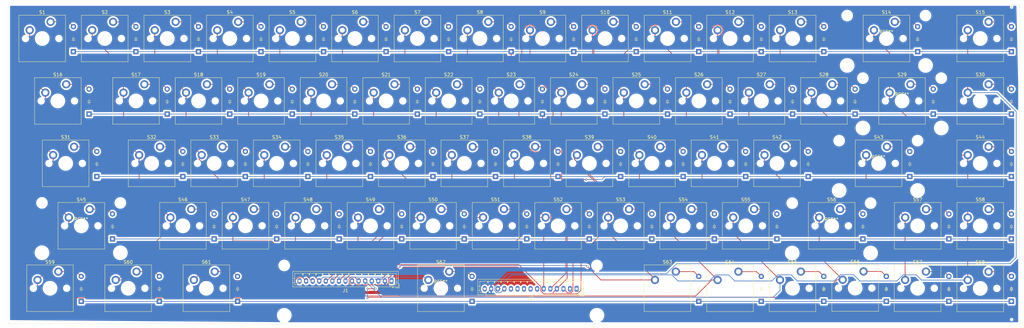
<source format=kicad_pcb>
(kicad_pcb (version 20240108) (generator "pcbnew") (generator_version "8.0")
  (layers (0 "F.Cu" signal) (31 "B.Cu" signal) (34 "B.Paste" user) (35 "F.Paste" user) (36 "B.SilkS" user "B.Silkscreen") (37 "F.SilkS" user "F.Silkscreen") (38 "B.Mask" user) (39 "F.Mask" user) (44 "Edge.Cuts" user))
  (net 0 "")
  (net 1 "Row 0")
  (net 2 "Net-(D1-A)")
  (net 3 "Net-(D2-A)")
  (net 4 "Net-(D3-A)")
  (net 5 "Net-(D4-A)")
  (net 6 "Net-(D5-A)")
  (net 7 "Net-(D6-A)")
  (net 8 "Net-(D7-A)")
  (net 9 "Net-(D8-A)")
  (net 10 "Net-(D9-A)")
  (net 11 "Net-(D10-A)")
  (net 12 "Net-(D11-A)")
  (net 13 "Net-(D12-A)")
  (net 14 "Net-(D13-A)")
  (net 15 "Net-(D14-A)")
  (net 16 "Net-(D15-A)")
  (net 17 "Net-(D16-A)")
  (net 18 "Row 1")
  (net 19 "Net-(D17-A)")
  (net 20 "Net-(D18-A)")
  (net 21 "Net-(D19-A)")
  (net 22 "Net-(D20-A)")
  (net 23 "Net-(D21-A)")
  (net 24 "Net-(D22-A)")
  (net 25 "Net-(D23-A)")
  (net 26 "Net-(D24-A)")
  (net 27 "Net-(D25-A)")
  (net 28 "Net-(D26-A)")
  (net 29 "Net-(D27-A)")
  (net 30 "Net-(D28-A)")
  (net 31 "Net-(D29-A)")
  (net 32 "Net-(D30-A)")
  (net 33 "Net-(D31-A)")
  (net 34 "Row 2")
  (net 35 "Net-(D32-A)")
  (net 36 "Net-(D33-A)")
  (net 37 "Net-(D34-A)")
  (net 38 "Net-(D35-A)")
  (net 39 "Net-(D36-A)")
  (net 40 "Net-(D37-A)")
  (net 41 "Net-(D38-A)")
  (net 42 "Net-(D39-A)")
  (net 43 "Net-(D40-A)")
  (net 44 "Net-(D41-A)")
  (net 45 "Net-(D42-A)")
  (net 46 "Net-(D43-A)")
  (net 47 "Net-(D44-A)")
  (net 48 "Row 3")
  (net 49 "Net-(D45-A)")
  (net 50 "Net-(D46-A)")
  (net 51 "Net-(D47-A)")
  (net 52 "Net-(D48-A)")
  (net 53 "Net-(D49-A)")
  (net 54 "Net-(D50-A)")
  (net 55 "Net-(D51-A)")
  (net 56 "Net-(D52-A)")
  (net 57 "Net-(D53-A)")
  (net 58 "Net-(D54-A)")
  (net 59 "Net-(D55-A)")
  (net 60 "Net-(D56-A)")
  (net 61 "Net-(D57-A)")
  (net 62 "Net-(D58-A)")
  (net 63 "Row 4")
  (net 64 "Net-(D59-A)")
  (net 65 "Net-(D60-A)")
  (net 66 "Net-(D61-A)")
  (net 67 "Net-(D62-A)")
  (net 68 "Net-(D63-A)")
  (net 69 "Net-(D64-A)")
  (net 70 "Net-(D65-A)")
  (net 71 "Net-(D66-A)")
  (net 72 "Net-(D67-A)")
  (net 73 "Net-(D68-A)")
  (net 74 "Col 0")
  (net 75 "Col 1")
  (net 76 "Col 2")
  (net 77 "Col 3")
  (net 78 "Col 4")
  (net 79 "Col 5")
  (net 80 "Col 6")
  (net 81 "Col 7")
  (net 82 "Col 8")
  (net 83 "Col 9")
  (net 84 "Col 10")
  (net 85 "Col 11")
  (net 86 "Col 12")
  (net 87 "Col 13")
  (net 88 "Col 14")
  (net 89 "GND")
  (net 90 "Net-(D59-K)")
  (footprint "ScottoKeebs_Components:Diode_DO-35" (layer "F.Cu") (at 85.7 42.1 90)
    (property "Reference" "D3" (hide yes))
    (property "Value" "Diode" (hide yes))
  )
  (footprint "ScottoKeebs_MX:MX_PCB_1.00u" (layer "F.Cu") (at 285.754138 114.242944)
    (property "Reference" "S66")
    (property "Value" "Keyswitch")
  )
  (footprint "ScottoKeebs_MX:MX_PCB_1.00u" (layer "F.Cu") (at 57.15 38.1)
    (property "Reference" "S2")
    (property "Value" "Keyswitch")
  )
  (footprint "ScottoKeebs_MX:MX_PCB_1.00u" (layer "F.Cu") (at 195.2625 95.25)
    (property "Reference" "S52")
    (property "Value" "Keyswitch")
  )
  (footprint "ScottoKeebs_Components:Diode_DO-35" (layer "F.Cu") (at 47.6 42.1 90)
    (property "Reference" "D1" (hide yes))
    (property "Value" "Diode" (hide yes))
  )
  (footprint "PCM_Mounting_Keyboard_Stabilizer:Stabilizer_Cherry_MX_2.00u" (layer "F.Cu") (at 295.248827 38.094041)
    (property "Reference" "REF**")
    (property "Value" "Stabilizer_Cherry_MX_2.00u")
  )
  (footprint "ScottoKeebs_Components:Diode_DO-35" (layer "F.Cu") (at 257.15 118.3 90)
    (property "Reference" "D64" (hide yes))
    (property "Value" "Diode" (hide yes))
  )
  (footprint "ScottoKeebs_Components:Diode_DO-35" (layer "F.Cu") (at 247.625 61.15 90)
    (property "Reference" "D26" (hide yes))
    (property "Value" "Diode" (hide yes))
  )
  (footprint "ScottoKeebs_Components:Diode_DO-35" (layer "F.Cu") (at 276.2 118.3 90)
    (property "Reference" "D65" (hide yes))
    (property "Value" "Diode" (hide yes))
  )
  (footprint "ScottoKeebs_MX:MX_PCB_1.00u" (layer "F.Cu") (at 66.675 57.15)
    (property "Reference" "S17")
    (property "Value" "Keyswitch")
  )
  (footprint "ScottoKeebs_Components:Diode_DO-35" (layer "F.Cu") (at 128.5625 99.25 90)
    (property "Reference" "D48" (hide yes))
    (property "Value" "Diode" (hide yes))
  )
  (footprint "ScottoKeebs_MX:MX_PCB_1.00u" (layer "F.Cu") (at 214.3125 95.25)
    (property "Reference" "S53")
    (property "Value" "Keyswitch")
  )
  (footprint "ScottoKeebs_Components:Diode_DO-35" (layer "F.Cu") (at 228.575 61.15 90)
    (property "Reference" "D25" (hide yes))
    (property "Value" "Diode" (hide yes))
  )
  (footprint "PCM_Mounting_Keyboard_Stabilizer:Stabilizer_Cherry_MX_2.00u" (layer "F.Cu") (at 49.968795 95.244041)
    (property "Reference" "REF**")
    (property "Value" "Stabilizer_Cherry_MX_2.00u")
  )
  (footprint "ScottoKeebs_MX:MX_PCB_1.00u" (layer "F.Cu") (at 76.2 38.1)
    (property "Reference" "S3")
    (property "Value" "Keyswitch")
  )
  (footprint "ScottoKeebs_Components:Diode_DO-35" (layer "F.Cu") (at 99.9875 80.2 90)
    (property "Reference" "D33" (hide yes))
    (property "Value" "Diode" (hide yes))
  )
  (footprint "ScottoKeebs_MX:MX_PCB_1.00u" (layer "F.Cu") (at 190.5 38.1)
    (property "Reference" "S9")
    (property "Value" "Keyswitch")
  )
  (footprint "ScottoKeebs_MX:MX_PCB_1.00u" (layer "F.Cu") (at 200.025 57.15)
    (property "Reference" "S24")
    (property "Value" "Keyswitch")
  )
  (footprint "ScottoKeebs_MX:MX_PCB_1.00u" (layer "F.Cu") (at 80.9625 95.25)
    (property "Reference" "S46")
    (property "Value" "Keyswitch")
  )
  (footprint "ScottoKeebs_Components:Diode_DO-35" (layer "F.Cu") (at 333.35 42.1 90)
    (property "Reference" "D15" (hide yes))
    (property "Value" "Diode" (hide yes))
  )
  (footprint "ScottoKeebs_Components:Diode_DO-35" (layer "F.Cu") (at 204.7625 99.25 90)
    (property "Reference" "D52" (hide yes))
    (property "Value" "Diode" (hide yes))
  )
  (footprint "ScottoKeebs_Components:Diode_DO-35" (layer "F.Cu") (at 109.5125 99.25 90)
    (property "Reference" "D47" (hide yes))
    (property "Value" "Diode" (hide yes))
  )
  (footprint "ScottoKeebs_Components:Diode_DO-35" (layer "F.Cu") (at 333.35 99.25 90)
    (property "Reference" "D58" (hide yes))
    (property "Value" "Diode" (hide yes))
  )
  (footprint "ScottoKeebs_Components:Diode_DO-35" (layer "F.Cu") (at 219.05 42.1 90)
    (property "Reference" "D10" (hide yes))
    (property "Value" "Diode" (hide yes))
  )
  (footprint "ScottoKeebs_MX:MX_PCB_1.00u" (layer "F.Cu") (at 238.125 57.15)
    (property "Reference" "S26")
    (property "Value" "Keyswitch")
  )
  (footprint "ScottoKeebs_Components:Diode_DO-35" (layer "F.Cu") (at 233.3375 80.2 90)
    (property "Reference" "D40" (hide yes))
    (property "Value" "Diode" (hide yes))
  )
  (footprint "ScottoKeebs_MX:MX_PCB_1.00u" (layer "F.Cu") (at 171.45 38.1)
    (property "Reference" "S8")
    (property "Value" "Keyswitch")
  )
  (footprint "ScottoKeebs_Components:Diode_DO-35" (layer "F.Cu") (at 169.04375 118.3 90)
    (property "Reference" "D62" (hide yes))
    (property "Value" "Diode" (hide yes))
  )
  (footprint "ScottoKeebs_MX:MX_PCB_1.00u" (layer "F.Cu") (at 247.65 38.1)
    (property "Reference" "S12")
    (property "Value" "Keyswitch")
  )
  (footprint "ScottoKeebs_Components:Diode_DO-35" (layer "F.Cu") (at 147.6125 99.25 90)
    (property "Reference" "D49" (hide yes))
    (property "Value" "Diode" (hide yes))
  )
  (footprint "ScottoKeebs_MX:MX_PCB_1.00u" (layer "F.Cu") (at 228.569452 114.292412)
    (property "Reference" "S63")
    (property "Value" "Keyswitch")
  )
  (footprint "ScottoKeebs_MX:MX_PCB_1.00u" (layer "F.Cu") (at 152.4 38.1)
    (property "Reference" "S7")
    (property "Value" "Keyswitch")
  )
  (footprint "ScottoKeebs_Components:Diode_DO-35" (layer "F.Cu") (at 333.35 80.2 90)
    (property "Reference" "D44" (hide yes))
    (property "Value" "Diode" (hide yes))
  )
  (footprint "PCM_Mounting_Keyboard_Stabilizer:Stabilizer_Cherry_MX_2.00u" (layer "F.Cu") (at 300.036647 57.180643)
    (property "Reference" "REF**")
    (property "Value" "Stabilizer_Cherry_MX_2.00u")
  )
  (footprint "ScottoKeebs_Components:Diode_DO-35" (layer "F.Cu") (at 104.75 42.1 90)
    (property "Reference" "D4" (hide yes))
    (property "Value" "Diode" (hide yes))
  )
  (footprint "ScottoKeebs_MX:MX_PCB_1.00u" (layer "F.Cu") (at 276.225 57.15)
    (property "Reference" "S28")
    (property "Value" "Keyswitch")
  )
  (footprint "ScottoKeebs_Components:Diode_DO-35" (layer "F.Cu") (at 214.2875 80.2 90)
    (property "Reference" "D39" (hide yes))
    (property "Value" "Diode" (hide yes))
  )
  (footprint "ScottoKeebs_Components:Diode_DO-35" (layer "F.Cu") (at 142.85 42.1 90)
    (property "Reference" "D6" (hide yes))
    (property "Value" "Diode" (hide yes))
  )
  (footprint "ScottoKeebs_Components:Diode_DO-35" (layer "F.Cu") (at 180.95 42.1 90)
    (property "Reference" "D8" (hide yes))
    (property "Value" "Diode" (hide yes))
  )
  (footprint "ScottoKeebs_MX:MX_PCB_1.00u" (layer "F.Cu") (at 292.89375 76.2)
    (property "Reference" "S43")
    (property "Value" "Keyswitch")
  )
  (footprint "ScottoKeebs_Components:Diode_DO-35" (layer "F.Cu") (at 261.9125 99.25 90)
    (property "Reference" "D55" (hide yes))
    (property "Value" "Diode" (hide yes))
  )
  (footprint "ScottoKeebs_MX:MX_PCB_1.00u" (layer "F.Cu") (at 266.7 38.1)
    (property "Reference" "S13")
    (property "Value" "Keyswitch")
  )
  (footprint "ScottoKeebs_Components:Diode_DO-35" (layer "F.Cu") (at 223.8125 99.25 90)
    (property "Reference" "D53" (hide yes))
    (property "Value" "Diode" (hide yes))
  )
  (footprint "ScottoKeebs_Components:Diode_DO-35" (layer "F.Cu") (at 185.7125 99.25 90)
    (property "Reference" "D51" (hide yes))
    (property "Value" "Diode" (hide yes))
  )
  (footprint "ScottoKeebs_Components:Diode_DO-35" (layer "F.Cu") (at 49.98125 118.3 90)
    (property "Reference" "D59" (hide yes))
    (property "Value" "Diode" (hide yes))
  )
  (footprint "ScottoKeebs_Components:Diode_DO-35" (layer "F.Cu") (at 123.8 42.1 90)
    (property "Reference" "D5" (hide yes))
    (property "Value" "Diode" (hide yes))
  )
  (footprint "ScottoKeebs_MX:MX_PCB_1.00u" (layer "F.Cu") (at 50.00625 95.25)
    (property "Reference" "S45")
    (property "Value" "Keyswitch")
  )
  (footprint "ScottoKeebs_MX:MX_PCB_1.00u" (layer "F.Cu") (at 233.3625 95.25)
    (property "Reference" "S54")
    (property "Value" "Keyswitch")
  )
  (footprint "ScottoKeebs_Components:Diode_DO-35" (layer "F.Cu") (at 238.1 42.1 90)
    (property "Reference" "D11" (hide yes))
    (property "Value" "Diode" (hide yes))
  )
  (footprint "ScottoKeebs_Components:Diode_DO-35" (layer "F.Cu") (at 166.6625 99.25 90)
    (property "Reference" "D50" (hide yes))
    (property "Value" "Diode" (hide yes))
  )
  (footprint "ScottoKeebs_Components:Diode_DO-35" (layer "F.Cu") (at 66.65 42.1 90)
    (property "Reference" "D2" (hide yes))
    (property "Value" "Diode" (hide yes))
  )
  (footprint "ScottoKeebs_MX:MX_PCB_1.00u" (layer "F.Cu") (at 42.8625 57.15)
    (property "Reference" "S16")
    (property "Value" "Keyswitch")
  )
  (footprint "ScottoKeebs_Components:Diode_DO-35" (layer "F.Cu") (at 138.0875 80.2 90)
    (property "Reference" "D35" (hide yes))
    (property "Value" "Diode" (hide yes))
  )
  (footprint "ScottoKeebs_MX:MX_PCB_1.00u" (layer "F.Cu") (at 71.4375 76.2)
    (property "Reference" "S32")
    (property "Value" "Keyswitch")
  )
  (footprint "ScottoKeebs_MX:MX_PCB_1.00u" (layer "F.Cu") (at 128.5875 76.2)
    (property "Reference" "S35")
    (property "Value" "Keyswitch")
  )
  (footprint "ScottoKeebs_Components:Diode_DO-35" (layer "F.Cu") (at 295.25 118.3 90)
    (property "Reference" "D66" (hide yes))
    (property "Value" "Diode" (hide yes))
  )
  (footprint "ScottoKeebs_MX:MX_PCB_1.00u" (layer "F.Cu") (at 266.659598 114.292412)
    (property "Reference" "S65")
    (property "Value" "Keyswitch")
  )
  (footprint "ScottoKeebs_MX:MX_PCB_1.00u" (layer "F.Cu") (at 38.1 38.1)
    (property "Reference" "S1")
    (property "Value" "Keyswitch")
  )
  (footprint "ScottoKeebs_Components:Diode_DO-35" (layer "F.Cu") (at 252.3875 80.2 90)
    (property "Reference" "D41" (hide yes))
    (property "Value" "Diode" (hide yes))
  )
  (footprint "ScottoKeebs_Components:Diode_DO-35" (layer "F.Cu") (at 119.0375 80.2 90)
    (property "Reference" "D34" (hide yes))
    (property "Value" "Diode" (hide yes))
  )
  (footprint "ScottoKeebs_Components:Diode_DO-35" (layer "F.Cu") (at 209.525 61.15 90)
    (property "Reference" "D24" (hide yes))
    (property "Value" "Diode" (hide yes))
  )
  (footprint "ScottoKeebs_Components:Diode_DO-35" (layer "F.Cu") (at 285.725 61.15 90)
    (property "Reference" "D28" (hide yes))
    (property "Value" "Diode" (hide yes))
  )
  (footprint "ScottoKeebs_Components:Diode_DO-35" (layer "F.Cu") (at 333.35 118.3 90)
    (property "Reference" "D68" (hide yes))
    (property "Value" "Diode" (hide yes))
  )
  (footprint "ScottoKeebs_MX:MX_PCB_1.00u" (layer "F.Cu") (at 242.8875 76.2)
    (property "Reference" "S41")
    (property "Value" "Keyswitch")
  )
  (footprint "ScottoKeebs_Components:Diode_DO-35" (layer "F.Cu") (at 314.3 118.3 90)
    (property "Reference" "D67" (hide yes))
    (property "Value" "Diode" (hide yes))
  )
  (footprint "ScottoKeebs_Components:Diode_DO-35" (layer "F.Cu") (at 288.10625 99.25 90)
    (property "Reference" "D56" (hide yes))
    (property "Value" "Diode" (hide yes))
  )
  (footprint "ScottoKeebs_Components:Diode_DO-35" (layer "F.Cu") (at 238.099999 118.299999 90)
    (property "Reference" "D63" (hide yes))
    (property "Value" "Diode" (hide yes))
  )
  (footprint "ScottoKeebs_MX:MX_PCB_1.00u" (layer "F.Cu") (at 159.54375 114.3)
    (property "Reference" "S62")
    (property "Value" "Keyswitch")
  )
  (footprint "PCM_Mounting_Keyboard_Stabilizer:Stabilizer_Cherry_MX_6.00u" (layer "F.Cu") (at 159.455655 114.321493)
    (property "Reference" "REF**")
    (property "Value" "Stabilizer_Cherry_MX_6.00u")
  )
  (footprint "ScottoKeebs_Components:Diode_DO-35" (layer "F.Cu") (at 52.3625 61.15 90)
    (property "Reference" "D16" (hide yes))
    (property "Value" "Diode" (hide yes))
  )
  (footprint "PCM_Mounting_Keyboard_Stabilizer:Stabilizer_Cherry_MX_2.00u" (layer "F.Cu") (at 278.511761 95.319376)
    (property "Reference" "REF**")
    (property "Value" "Stabilizer_Cherry_MX_2.00u")
  )
  (footprint "ScottoKeebs_MX:MX_PCB_1.00u" (layer "F.Cu") (at 223.8375 76.2)
    (property "Reference" "S40")
    (property "Value" "Keyswitch")
  )
  (footprint "ScottoKeebs_MX:MX_PCB_1.00u" (layer "F.Cu") (at 176.2125 95.25)
    (property "Reference" "S51")
    (property "Value" "Keyswitch")
  )
  (footprint "ScottoKeebs_MX:MX_PCB_1.00u" (layer "F.Cu") (at 304.8 95.25)
    (property "Reference" "S57")
    (property "Value" "Keyswitch")
  )
  (footprint "ScottoKeebs_MX:MX_PCB_1.00u" (layer "F.Cu") (at 161.925 57.15)
    (property "Reference" "S22")
    (property "Value" "Keyswitch")
  )
  (footprint "ScottoKeebs_Components:Diode_DO-35" (layer "F.Cu") (at 133.325 61.15 90)
    (property "Reference" "D20" (hide yes))
    (property "Value" "Diode" (hide yes))
  )
  (footprint "ScottoKeebs_Components:Diode_DO-35" (layer "F.Cu") (at 176.1875 80.2 90)
    (property "Reference" "D37" (hide yes))
    (property "Value" "Diode" (hide yes))
  )
  (footprint "ScottoKeebs_Components:Diode_DO-35" (layer "F.Cu") (at 302.39375 80.2 90)
    (property "Reference" "D43" (hide yes))
    (property "Value" "Diode" (hide yes))
  )
  (footprint "PCM_Mounting_Keyboard_Stabilizer:Stabilizer_Cherry_MX_2.00u" (layer "F.Cu") (at 292.812674 76.248944)
    (property "Reference" "REF**")
    (property "Value" "Stabilizer_Cherry_MX_2.00u")
  )
  (footprint "ScottoKeebs_Components:Diode_DO-35" (layer "F.Cu") (at 309.5375 61.15 90)
    (property "Reference" "D29" (hide yes))
    (property "Value" "Diode" (hide yes))
  )
  (footprint "ScottoKeebs_Components:Diode_DO-35" (layer "F.Cu") (at 114.275 61.15 90)
    (property "Reference" "D19" (hide yes))
    (property "Value" "Diode" (hide yes))
  )
  (footprint "ScottoKeebs_MX:MX_PCB_1.00u" (layer "F.Cu") (at 85.725 57.15)
    (property "Reference" "S18")
    (property "Value" "Keyswitch")
  )
  (footprint "ScottoKeebs_Components:Diode_DO-35" (layer "F.Cu") (at 266.675 61.15 90)
    (property "Reference" "D27" (hide yes))
    (property "Value" "Diode" (hide yes))
  )
  (footprint "ScottoKeebs_MX:MX_PCB_1.00u" (layer "F.Cu") (at 138.1125 95.25)
    (property "Reference" "S49")
    (property "Value" "Keyswitch")
  )
  (footprint "ScottoKeebs_MX:MX_PCB_1.00u" (layer "F.Cu") (at 95.25 38.1)
    (property "Reference" "S4")
    (property "Value" "Keyswitch")
  )
  (footprint "Connector_JST:JST_PH_B15B-PH-K_1x15_P2.00mm_Vertical" (layer "F.Cu") (at 200.87875 114.45875 180)
    (property "Reference" "J2")
    (property "Value" "Conn_01x15")
  )
  (footprint "ScottoKeebs_MX:MX_PCB_1.00u" (layer "F.Cu") (at 323.85 57.15)
    (property "Reference" "S30")
    (property "Value" "Keyswitch")
  )
  (footprint "ScottoKeebs_MX:MX_PCB_1.00u" (layer "F.Cu") (at 323.85 95.25)
    (property "Reference" "S58")
    (property "Value" "Keyswitch")
  )
  (footprint "ScottoKeebs_MX:MX_PCB_1.00u" (layer "F.Cu") (at 100.0125 95.25)
    (property "Reference" "S47")
    (property "Value" "Keyswitch")
  )
  (footprint "ScottoKeebs_Components:Diode_DO-35" (layer "F.Cu") (at 257.15 42.1 90)
    (property "Reference" "D12" (hide yes))
    (property "Value" "Diode" (hide yes))
  )
  (footprint "ScottoKeebs_Components:Diode_DO-35" (layer "F.Cu") (at 195.2375 80.2 90)
    (property "Reference" "D38" (hide yes))
    (property "Value" "Diode" (hide yes))
  )
  (footprint "ScottoKeebs_MX:MX_PCB_1.00u" (layer "F.Cu") (at 109.5375 76.2)
    (property "Reference" "S34")
    (property "Value" "Keyswitch")
  )
  (footprint "ScottoKeebs_MX:MX_PCB_1.00u" (layer "F.Cu") (at 323.844284 114.34188)
    (property "Reference" "S68")
    (property "Value" "Keyswitch")
  )
  (footprint "ScottoKeebs_Components:Diode_DO-35" (layer "F.Cu") (at 333.35 61.15 90)
    (property "Reference" "D30" (hide yes))
    (property "Value" "Diode" (hide yes))
  )
  (footprint "ScottoKeebs_Components:Diode_DO-35" (layer "F.Cu") (at 295.25 118.3 90)
    (property "Reference" "D66" (hide yes))
    (property "Value" "Diode" (hide yes))
  )
  (footprint "ScottoKeebs_Components:Diode_DO-35" (layer "F.Cu") (at 90.4625 99.25 90)
    (property "Reference" "D46" (hide yes))
    (property "Value" "Diode" (hide yes))
  )
  (footprint "ScottoKeebs_MX:MX_PCB_1.00u" (layer "F.Cu") (at 40.48125 114.3)
    (property "Reference" "S59")
    (property "Value" "Keyswitch")
  )
  (footprint "ScottoKeebs_MX:MX_PCB_1.00u" (layer "F.Cu") (at 204.7875 76.2)
    (property "Reference" "S39")
    (property "Value" "Keyswitch")
  )
  (footprint "ScottoKeebs_MX:MX_PCB_1.00u" (layer "F.Cu") (at 219.075 57.15)
    (property "Reference" "S25")
    (property "Value" "Keyswitch")
  )
  (footprint "ScottoKeebs_MX:MX_PCB_1.00u" (layer "F.Cu") (at 123.825 57.15)
    (property "Reference" "S20")
    (property "Value" "Keyswitch")
  )
  (footprint "ScottoKeebs_Components:Diode_DO-35" (layer "F.Cu") (at 171.425 61.15 90)
    (property "Reference" "D22" (hide yes))
    (property "Value" "Diode" (hide yes))
  )
  (footprint "ScottoKeebs_Components:Diode_DO-35" (layer "F.Cu") (at 242.8625 99.25 90)
    (property "Reference" "D54" (hide yes))
    (property "Value" "Diode" (hide yes))
  )
  (footprint "ScottoKeebs_Components:Diode_DO-35" (layer "F.Cu") (at 80.9375 80.2 90)
    (property "Reference" "D32" (hide yes))
    (property "Value" "Diode" (hide yes))
  )
  (footprint "ScottoKeebs_MX:MX_PCB_1.00u" (layer "F.Cu") (at 228.6 38.1)
    (property "Reference" "S11")
    (property "Value" "Keyswitch")
  )
  (footprint "ScottoKeebs_Components:Diode_DO-35" (layer "F.Cu") (at 59.50625 99.25 90)
    (property "Reference" "D45" (hide yes))
    (property "Value" "Diode" (hide yes))
  )
  (footprint "ScottoKeebs_MX:MX_PCB_1.00u" (layer "F.Cu") (at 300.0375 57.15)
    (property "Reference" "S29")
    (property "Value" "Keyswitch")
  )
  (footprint "ScottoKeebs_Components:Diode_DO-35" (layer "F.Cu") (at 314.3 118.3 90)
    (property "Reference" "D67" (hide yes))
    (property "Value" "Diode" (hide yes))
  )
  (footprint "ScottoKeebs_Components:Diode_DO-35" (layer "F.Cu") (at 304.775 42.1 90)
    (property "Reference" "D14" (hide yes))
    (property "Value" "Diode" (hide yes))
  )
  (footprint "ScottoKeebs_MX:MX_PCB_1.00u" (layer "F.Cu") (at 209.55 38.1)
    (property "Reference" "S10")
    (property "Value" "Keyswitch")
  )
  (footprint "ScottoKeebs_Components:Diode_DO-35" (layer "F.Cu") (at 73.79375 118.3 90)
    (property "Reference" "D60" (hide yes))
    (property "Value" "Diode" (hide yes))
  )
  (footprint "ScottoKeebs_Components:Diode_DO-35" (layer "F.Cu") (at 161.9 42.1 90)
    (property "Reference" "D7" (hide yes))
    (property "Value" "Diode" (hide yes))
  )
  (footprint "ScottoKeebs_MX:MX_PCB_1.00u" (layer "F.Cu") (at 180.975 57.15)
    (property "Reference" "S23")
    (property "Value" "Keyswitch")
  )
  (footprint "ScottoKeebs_Components:Diode_DO-35" (layer "F.Cu") (at 76.175 61.15 90)
    (property "Reference" "D17" (hide yes))
    (property "Value" "Diode" (hide yes))
  )
  (footprint "ScottoKeebs_MX:MX_PCB_1.00u" (layer "F.Cu") (at 64.29375 114.3)
    (property "Reference" "S60")
    (property "Value" "Keyswitch")
  )
  (footprint "ScottoKeebs_MX:MX_PCB_1.00u" (layer "F.Cu") (at 142.875 57.15)
    (property "Reference" "S21")
    (property "Value" "Keyswitch")
  )
  (footprint "ScottoKeebs_MX:MX_PCB_1.00u" (layer "F.Cu") (at 295.275 38.1)
    (property "Reference" "S14")
    (property "Value" "Keyswitch")
  )
  (footprint "ScottoKeebs_Components:Diode_DO-35" (layer "F.Cu") (at 95.225 61.15 90)
    (property "Reference" "D18" (hide yes))
    (property "Value" "Diode" (hide yes))
  )
  (footprint "ScottoKeebs_MX:MX_PCB_1.00u" (layer "F.Cu") (at 323.85 76.2)
    (property "Reference" "S44")
    (property "Value" "Keyswitch")
  )
  (footprint "ScottoKeebs_MX:MX_PCB_1.00u" (layer "F.Cu") (at 45.24375 76.2)
    (property "Reference" "S31")
    (property "Value" "Keyswitch")
  )
  (footprint "ScottoKeebs_MX:MX_PCB_1.00u" (layer "F.Cu") (at 261.9375 76.2)
    (property "Reference" "S42")
    (property "Value" "Keyswitch")
  )
  (footprint "ScottoKeebs_Components:Diode_DO-35" (layer "F.Cu") (at 157.1375 80.2 90)
    (property "Reference" "D36" (hide yes))
    (property "Value" "Diode" (hide yes))
  )
  (footprint "ScottoKeebs_MX:MX_PCB_1.00u" (layer "F.Cu") (at 257.175 57.15)
    (property "Reference" "S27")
    (property "Value" "Keyswitch")
  )
  (footprint "ScottoKeebs_MX:MX_PCB_1.00u" (layer "F.Cu") (at 247.64235 114.304766)
    (property "Reference" "S64")
    (property "Value" "Keyswitch")
  )
  (footprint "ScottoKeebs_Components:Diode_DO-35" (layer "F.Cu") (at 314.3 99.25 90)
    (property "Reference" "D57" (hide yes))
    (property "Value" "Diode" (hide yes))
  )
  (footprint "ScottoKeebs_MX:MX_PCB_1.00u" (layer "F.Cu") (at 304.774478 114.292412)
    (property "Reference" "S67")
    (property "Value" "Keyswitch")
  )
  (footprint "ScottoKeebs_MX:MX_PCB_1.00u" (layer "F.Cu") (at 278.60625 95.25)
    (property "Reference" "S56")
    (property "Value" "Keyswitch")
  )
  (footprint "ScottoKeebs_MX:MX_PCB_1.00u" (layer "F.Cu") (at 90.4875 76.2)
    (property "Reference" "S33")
    (property "Value" "Keyswitch")
  )
  (footprint "ScottoKeebs_Components:Diode_DO-35" (layer "F.Cu") (at 276.2 118.3 90)
    (property "Reference" "D65" (hide yes))
    (property "Value" "Diode" (hide yes))
  )
  (footprint "ScottoKeebs_MX:MX_PCB_1.00u" (layer "F.Cu") (at 104.775 57.15)
    (property "Reference" "S19")
    (property "Value" "Keyswitch")
  )
  (footprint "ScottoKeebs_MX:MX_PCB_1.00u" (layer "F.Cu") (at 133.35 38.1)
    (property "Reference" "S6")
    (property "Value" "Keyswitch")
  )
  (footprint "ScottoKeebs_Components:Diode_DO-35" (layer "F.Cu") (at 152.375 61.15 90)
    (property "Reference" "D21" (hide yes))
    (property "Value" "Diode" (hide yes))
  )
  (footprint "ScottoKeebs_Components:Diode_DO-35" (layer "F.Cu") (at 97.60625 118.3 90)
    (property "Reference" "D61" (hide yes))
    (property "Value" "Diode" (hide yes))
  )
  (footprint "Connector_JST:JST_PH_B15B-PH-K_1x15_P2.00mm_Vertical" (layer "F.Cu") (at 144.49125 112.0775 180)
    (property "Reference" "J1")
    (property "Value" "Conn_01x15")
  )
  (footprint "ScottoKeebs_MX:MX_PCB_1.00u" (layer "F.Cu") (at 114.3 38.1)
    (property "Reference" "S5")
    (property "Value" "Keyswitch")
  )
  (footprint "ScottoKeebs_Components:Diode_DO-35" (layer "F.Cu") (at 54.74375 80.2 90)
    (property "Reference" "D31" (hide yes))
    (property "Value" "Diode" (hide yes))
  )
  (footprint "ScottoKeebs_MX:MX_PCB_1.00u" (layer "F.Cu") (at 185.7375 76.2)
    (property "Reference" "S38")
    (property "Value" "Keyswitch")
  )
  (footprint "ScottoKeebs_MX:MX_PCB_1.00u" (layer "F.Cu") (at 252.4125 95.25)
    (property "Reference" "S55")
    (property "Value" "Keyswitch")
  )
  (footprint "ScottoKeebs_MX:MX_PCB_1.00u" (layer "F.Cu") (at 147.6375 76.2)
    (property "Reference" "S36")
    (property "Value" "Keyswitch")
  )
  (footprint "ScottoKeebs_MX:MX_PCB_1.00u" (layer "F.Cu") (at 166.6875 76.2)
    (property "Reference" "S37")
    (property "Value" "Keyswitch")
  )
  (footprint "ScottoKeebs_Components:Diode_DO-35" (layer "F.Cu") (at 276.2 42.1 90)
    (property "Reference" "D13" (hide yes))
    (property "Value" "Diode" (hide yes))
  )
  (footprint "ScottoKeebs_Components:Diode_DO-35" (layer "F.Cu") (at 190.475 61.15 90)
    (property "Reference" "D23" (hide yes))
    (property "Value" "Diode" (hide yes))
  )
  (footprint "ScottoKeebs_MX:MX_PCB_1.00u" (layer "F.Cu") (at 157.1625 95.25)
    (property "Reference" "S50")
    (property "Value" "Keyswitch")
  )
  (footprint "ScottoKeebs_Components:Diode_DO-35" (layer "F.Cu") (at 200 42.1 90)
    (property "Reference" "D9" (hide yes))
    (property "Value" "Diode" (hide yes))
  )
  (footprint "ScottoKeebs_MX:MX_PCB_1.00u" (layer "F.Cu") (at 323.85 38.1)
    (property "Reference" "S15")
    (property "Value" "Keyswitch")
  )
  (footprint "ScottoKeebs_MX:MX_PCB_1.00u" (layer "F.Cu") (at 88.10625 114.3)
    (property "Reference" "S61")
    (property "Value" "Keyswitch")
  )
  (footprint "ScottoKeebs_MX:MX_PCB_1.00u" (layer "F.Cu") (at 119.0625 95.25)
    (property "Reference" "S48")
    (property "Value" "Keyswitch")
  )
  (footprint "ScottoKeebs_Components:Diode_DO-35" (layer "F.Cu") (at 333.35 118.3 90)
    (property "Reference" "D68" (hide yes))
    (property "Value" "Diode" (hide yes))
  )
  (footprint "ScottoKeebs_Components:Diode_DO-35" (layer "F.Cu") (at 271.4375 80.2 90)
    (property "Reference" "D42" (hide yes))
    (property "Value" "Diode" (hide yes))
  )
  (gr_line (start 333.395711 28.525) (end 333.425 28.554289) (stroke (width 0.4)) (layer "Edge.Cuts"))
  (gr_line (start 333.425 123.845711) (end 333.395711 123.875) (stroke (width 0.4)) (layer "Edge.Cuts"))
  (gr_line (start 333.425 123.845711) (end 333.395711 123.875) (stroke (width 0.4)) (layer "Edge.Cuts"))
  (gr_line (start 333.395711 28.525) (end 333.425 28.554289) (stroke (width 0.4)) (layer "Edge.Cuts"))
  (gr_line (start 333.395711 28.525) (end 333.425 28.554289) (stroke (width 0.4)) (layer "Edge.Cuts"))
  (gr_line (start 333.425 123.845711) (end 333.395711 123.875) (stroke (width 0.4)) (layer "Edge.Cuts"))
  (gr_line (start 333.395711 28.525) (end 333.425 28.554289) (stroke (width 0.4)) (layer "Edge.Cuts"))
  (gr_line (start 333.425 123.845711) (end 333.395711 123.875) (stroke (width 0.4)) (layer "Edge.Cuts"))
  (gr_line (start 333.425 123.845711) (end 333.395711 123.875) (stroke (width 0.4)) (layer "Edge.Cuts"))
  (gr_line (start 333.395711 28.525) (end 333.425 28.554289) (stroke (width 0.4)) (layer "Edge.Cuts"))
  (gr_line (start 333.395711 28.525) (end 333.425 28.554289) (stroke (width 0.4)) (layer "Edge.Cuts"))
  (gr_line (start 333.425 123.845711) (end 333.395711 123.875) (stroke (width 0.4)) (layer "Edge.Cuts"))
  (gr_line (start 333.395711 28.525) (end 333.425 28.554289) (stroke (width 0.4)) (layer "Edge.Cuts"))
  (gr_line (start 333.425 123.845711) (end 333.395711 123.875) (stroke (width 0.4)) (layer "Edge.Cuts"))
  (gr_line (start 333.425 123.845711) (end 333.395711 123.875) (stroke (width 0.4)) (layer "Edge.Cuts"))
  (gr_rect (start 27.81471 27.629814) (end 335.909629 125.165174) (stroke (width 0.05)) (fill none) (layer "Edge.Cuts"))
  (gr_line (start 333.395711 28.525) (end 333.425 28.554289) (stroke (width 0.4)) (layer "Edge.Cuts"))
  (segment (start 193.0025 72.67) (end 187.635468 72.67) (width 0.2) (layer "F.Cu") (net 1))
  (segment (start 190.87875 96.286162) (end 193.0025 94.162412) (width 0.2) (layer "F.Cu") (net 1))
  (segment (start 183.325 68.359532) (end 183.325 55.84875) (width 0.2) (layer "F.Cu") (net 1))
  (segment (start 183.325 55.84875) (end 180.95 53.47375) (width 0.2) (layer "F.Cu") (net 1))
  (segment (start 180.95 53.47375) (end 180.95 42.1) (width 0.2) (layer "F.Cu") (net 1))
  (segment (start 187.635468 72.67) (end 183.325 68.359532) (width 0.2) (layer "F.Cu") (net 1))
  (segment (start 193.0025 94.162412) (end 193.0025 72.67) (width 0.2) (layer "F.Cu") (net 1))
  (segment (start 190.87875 114.45875) (end 190.87875 96.286162) (width 0.2) (layer "F.Cu") (net 1))
  (segment (start 47.6 42.1) (end 333.35 42.1) (width 0.2) (layer "B.Cu") (net 1))
  (segment (start 46.14 33.02) (end 47.6 34.48) (width 0.2) (layer "F.Cu") (net 2))
  (segment (start 40.64 33.02) (end 46.14 33.02) (width 0.2) (layer "F.Cu") (net 2))
  (segment (start 65.19 33.02) (end 66.65 34.48) (width 0.2) (layer "F.Cu") (net 3))
  (segment (start 59.69 33.02) (end 65.19 33.02) (width 0.2) (layer "F.Cu") (net 3))
  (segment (start 84.24 33.02) (end 85.7 34.48) (width 0.2) (layer "F.Cu") (net 4))
  (segment (start 78.74 33.02) (end 84.24 33.02) (width 0.2) (layer "F.Cu") (net 4))
  (segment (start 97.79 33.02) (end 103.29 33.02) (width 0.2) (layer "F.Cu") (net 5))
  (segment (start 103.29 33.02) (end 104.75 34.48) (width 0.2) (layer "F.Cu") (net 5))
  (segment (start 122.34 33.02) (end 123.8 34.48) (width 0.2) (layer "F.Cu") (net 6))
  (segment (start 116.84 33.02) (end 122.34 33.02) (width 0.2) (layer "F.Cu") (net 6))
  (segment (start 135.89 33.02) (end 141.39 33.02) (width 0.2) (layer "F.Cu") (net 7))
  (segment (start 141.39 33.02) (end 142.85 34.48) (width 0.2) (layer "F.Cu") (net 7))
  (segment (start 160.44 33.02) (end 161.9 34.48) (width 0.2) (layer "F.Cu") (net 8))
  (segment (start 154.94 33.02) (end 160.44 33.02) (width 0.2) (layer "F.Cu") (net 8))
  (segment (start 173.99 33.02) (end 179.49 33.02) (width 0.2) (layer "F.Cu") (net 9))
  (segment (start 179.49 33.02) (end 180.95 34.48) (width 0.2) (layer "F.Cu") (net 9))
  (segment (start 198.54 33.02) (end 200 34.48) (width 0.2) (layer "F.Cu") (net 10))
  (segment (start 193.04 33.02) (end 198.54 33.02) (width 0.2) (layer "F.Cu") (net 10))
  (segment (start 217.59 33.02) (end 219.05 34.48) (width 0.2) (layer "F.Cu") (net 11))
  (segment (start 212.09 33.02) (end 217.59 33.02) (width 0.2) (layer "F.Cu") (net 11))
  (segment (start 236.64 33.02) (end 238.1 34.48) (width 0.2) (layer "F.Cu") (net 12))
  (segment (start 231.14 33.02) (end 236.64 33.02) (width 0.2) (layer "F.Cu") (net 12))
  (segment (start 255.69 33.02) (end 257.15 34.48) (width 0.2) (layer "F.Cu") (net 13))
  (segment (start 250.19 33.02) (end 255.69 33.02) (width 0.2) (layer "F.Cu") (net 13))
  (segment (start 269.24 33.02) (end 274.74 33.02) (width 0.2) (layer "F.Cu") (net 14))
  (segment (start 274.74 33.02) (end 276.2 34.48) (width 0.2) (layer "F.Cu") (net 14))
  (segment (start 297.815 33.02) (end 303.315 33.02) (width 0.2) (layer "F.Cu") (net 15))
  (segment (start 303.315 33.02) (end 304.775 34.48) (width 0.2) (layer "F.Cu") (net 15))
  (segment (start 331.89 33.02) (end 333.35 34.48) (width 0.2) (layer "F.Cu") (net 16))
  (segment (start 326.39 33.02) (end 331.89 33.02) (width 0.2) (layer "F.Cu") (net 16))
  (segment (start 45.4025 52.07) (end 50.9025 52.07) (width 0.2) (layer "F.Cu") (net 17))
  (segment (start 50.9025 52.07) (end 52.3625 53.53) (width 0.2) (layer "F.Cu") (net 17))
  (segment (start 196.3375 88.27375) (end 196.3375 71.2425) (width 0.2) (layer "F.Cu") (net 18))
  (segment (start 197.6125 109.725) (end 197.6125 93.94875) (width 0.2) (layer "F.Cu") (net 18))
  (segment (start 190.475 65.38) (end 190.475 61.15) (width 0.2) (layer "F.Cu") (net 18))
  (segment (start 194.1375 90.47375) (end 196.3375 88.27375) (width 0.2) (layer "F.Cu") (net 18))
  (segment (start 196.3375 71.2425) (end 190.475 65.38) (width 0.2) (layer "F.Cu") (net 18))
  (segment (start 197.6125 93.94875) (end 194.1375 90.47375) (width 0.2) (layer "F.Cu") (net 18))
  (segment (start 192.87875 114.45875) (end 197.6125 109.725) (width 0.2) (layer "F.Cu") (net 18))
  (segment (start 333.35 61.15) (end 52.3625 61.15) (width 0.2) (layer "B.Cu") (net 18))
  (segment (start 74.715 52.07) (end 76.175 53.53) (width 0.2) (layer "F.Cu") (net 19))
  (segment (start 69.215 52.07) (end 74.715 52.07) (width 0.2) (layer "F.Cu") (net 19))
  (segment (start 88.265 52.07) (end 93.765 52.07) (width 0.2) (layer "F.Cu") (net 20))
  (segment (start 93.765 52.07) (end 95.225 53.53) (width 0.2) (layer "F.Cu") (net 20))
  (segment (start 107.315 52.07) (end 112.815 52.07) (width 0.2) (layer "F.Cu") (net 21))
  (segment (start 112.815 52.07) (end 114.275 53.53) (width 0.2) (layer "F.Cu") (net 21))
  (segment (start 131.865 52.07) (end 133.325 53.53) (width 0.2) (layer "F.Cu") (net 22))
  (segment (start 126.365 52.07) (end 131.865 52.07) (width 0.2) (layer "F.Cu") (net 22))
  (segment (start 150.915 52.07) (end 152.375 53.53) (width 0.2) (layer "F.Cu") (net 23))
  (segment (start 145.415 52.07) (end 150.915 52.07) (width 0.2) (layer "F.Cu") (net 23))
  (segment (start 169.965 52.07) (end 171.425 53.53) (width 0.2) (layer "F.Cu") (net 24))
  (segment (start 164.465 52.07) (end 169.965 52.07) (width 0.2) (layer "F.Cu") (net 24))
  (segment (start 189.015 52.07) (end 190.475 53.53) (width 0.2) (layer "F.Cu") (net 25))
  (segment (start 183.515 52.07) (end 189.015 52.07) (width 0.2) (layer "F.Cu") (net 25))
  (segment (start 208.065 52.07) (end 209.525 53.53) (width 0.2) (layer "F.Cu") (net 26))
  (segment (start 202.565 52.07) (end 208.065 52.07) (width 0.2) (layer "F.Cu") (net 26))
  (segment (start 227.115 52.07) (end 228.575 53.53) (width 0.2) (layer "F.Cu") (net 27))
  (segment (start 221.615 52.07) (end 227.115 52.07) (width 0.2) (layer "F.Cu") (net 27))
  (segment (start 246.165 52.07) (end 247.625 53.53) (width 0.2) (layer "F.Cu") (net 28))
  (segment (start 240.665 52.07) (end 246.165 52.07) (width 0.2) (layer "F.Cu") (net 28))
  (segment (start 265.215 52.07) (end 266.675 53.53) (width 0.2) (layer "F.Cu") (net 29))
  (segment (start 259.715 52.07) (end 265.215 52.07) (width 0.2) (layer "F.Cu") (net 29))
  (segment (start 284.265 52.07) (end 285.725 53.53) (width 0.2) (layer "F.Cu") (net 30))
  (segment (start 278.765 52.07) (end 284.265 52.07) (width 0.2) (layer "F.Cu") (net 30))
  (segment (start 302.5775 52.07) (end 308.0775 52.07) (width 0.2) (layer "F.Cu") (net 31))
  (segment (start 308.0775 52.07) (end 309.5375 53.53) (width 0.2) (layer "F.Cu") (net 31))
  (segment (start 326.39 52.07) (end 331.89 52.07) (width 0.2) (layer "F.Cu") (net 32))
  (segment (start 331.89 52.07) (end 333.35 53.53) (width 0.2) (layer "F.Cu") (net 32))
  (segment (start 53.28375 71.12) (end 54.74375 72.58) (width 0.2) (layer "F.Cu") (net 33))
  (segment (start 47.78375 71.12) (end 53.28375 71.12) (width 0.2) (layer "F.Cu") (net 33))
  (segment (start 194.703186 90.47375) (end 201.45375 83.723186) (width 0.2) (layer "F.Cu") (net 34))
  (segment (start 201.45375 83.723186) (end 201.45375 81.12125) (width 0.2) (layer "F.Cu") (net 34))
  (segment (start 198.0125 93.783064) (end 194.703186 90.47375) (width 0.2) (layer "F.Cu") (net 34))
  (segment (start 201.45375 81.12125) (end 203.835 81.12125) (width 0.2) (layer "F.Cu") (net 34))
  (segment (start 194.87875 114.45875) (end 193.70375 115.63375) (width 0.2) (layer "F.Cu") (net 34))
  (segment (start 193.70375 115.63375) (end 198.0125 111.325) (width 0.2) (layer "F.Cu") (net 34))
  (segment (start 198.0125 111.325) (end 198.0125 93.783064) (width 0.2) (layer "F.Cu") (net 34))
  (via (at 203.835 81.12125) (size 0.6) (drill 0.3) (layers "F.Cu" "B.Cu") (net 34))
  (segment (start 209.51875 80.2) (end 214.2875 80.2) (width 0.2) (layer "B.Cu") (net 34))
  (segment (start 208.5975 81.12125) (end 209.51875 80.2) (width 0.2) (layer "B.Cu") (net 34))
  (segment (start 203.835 81.12125) (end 208.5975 81.12125) (width 0.2) (layer "B.Cu") (net 34))
  (segment (start 54.74375 80.2) (end 333.35 80.2) (width 0.2) (layer "B.Cu") (net 34))
  (segment (start 73.9775 71.12) (end 79.4775 71.12) (width 0.2) (layer "F.Cu") (net 35))
  (segment (start 79.4775 71.12) (end 80.9375 72.58) (width 0.2) (layer "F.Cu") (net 35))
  (segment (start 98.5275 71.12) (end 99.9875 72.58) (width 0.2) (layer "F.Cu") (net 36))
  (segment (start 93.0275 71.12) (end 98.5275 71.12) (width 0.2) (layer "F.Cu") (net 36))
  (segment (start 117.5775 71.12) (end 119.0375 72.58) (width 0.2) (layer "F.Cu") (net 37))
  (segment (start 112.0775 71.12) (end 117.5775 71.12) (width 0.2) (layer "F.Cu") (net 37))
  (segment (start 136.6275 71.12) (end 138.0875 72.58) (width 0.2) (layer "F.Cu") (net 38))
  (segment (start 131.1275 71.12) (end 136.6275 71.12) (width 0.2) (layer "F.Cu") (net 38))
  (segment (start 150.1775 71.12) (end 155.6775 71.12) (width 0.2) (layer "F.Cu") (net 39))
  (segment (start 155.6775 71.12) (end 157.1375 72.58) (width 0.2) (layer "F.Cu") (net 39))
  (segment (start 174.7275 71.12) (end 176.1875 72.58) (width 0.2) (layer "F.Cu") (net 40))
  (segment (start 169.2275 71.12) (end 174.7275 71.12) (width 0.2) (layer "F.Cu") (net 40))
  (segment (start 193.7775 71.12) (end 195.2375 72.58) (width 0.2) (layer "F.Cu") (net 41))
  (segment (start 188.2775 71.12) (end 193.7775 71.12) (width 0.2) (layer "F.Cu") (net 41))
  (segment (start 212.8275 71.12) (end 214.2875 72.58) (width 0.2) (layer "F.Cu") (net 42))
  (segment (start 207.3275 71.12) (end 212.8275 71.12) (width 0.2) (layer "F.Cu") (net 42))
  (segment (start 226.3775 71.12) (end 231.8775 71.12) (width 0.2) (layer "F.Cu") (net 43))
  (segment (start 231.8775 71.12) (end 233.3375 72.58) (width 0.2) (layer "F.Cu") (net 43))
  (segment (start 245.4275 71.12) (end 250.9275 71.12) (width 0.2) (layer "F.Cu") (net 44))
  (segment (start 250.9275 71.12) (end 252.3875 72.58) (width 0.2) (layer "F.Cu") (net 44))
  (segment (start 264.4775 71.12) (end 269.9775 71.12) (width 0.2) (layer "F.Cu") (net 45))
  (segment (start 269.9775 71.12) (end 271.4375 72.58) (width 0.2) (layer "F.Cu") (net 45))
  (segment (start 300.93375 71.12) (end 302.39375 72.58) (width 0.2) (layer "F.Cu") (net 46))
  (segment (start 295.43375 71.12) (end 300.93375 71.12) (width 0.2) (layer "F.Cu") (net 46))
  (segment (start 331.89 71.12) (end 333.35 72.58) (width 0.2) (layer "F.Cu") (net 47))
  (segment (start 326.39 71.12) (end 331.89 71.12) (width 0.2) (layer "F.Cu") (net 47))
  (segment (start 196.87875 114.45875) (end 198.05375 115.63375) (width 0.2) (layer "F.Cu") (net 48))
  (segment (start 199.77875 104.23375) (end 204.7625 99.25) (width 0.2) (layer "F.Cu") (net 48))
  (segment (start 198.05375 115.63375) (end 199.251542 115.63375) (width 0.2) (layer "F.Cu") (net 48))
  (segment (start 199.77875 115.106542) (end 199.77875 104.23375) (width 0.2) (layer "F.Cu") (net 48))
  (segment (start 199.251542 115.63375) (end 199.77875 115.106542) (width 0.2) (layer "F.Cu") (net 48))
  (segment (start 333.35 99.25) (end 59.50625 99.25) (width 0.2) (layer "B.Cu") (net 48))
  (segment (start 58.04625 90.17) (end 59.50625 91.63) (width 0.2) (layer "F.Cu") (net 49))
  (segment (start 52.54625 90.17) (end 58.04625 90.17) (width 0.2) (layer "F.Cu") (net 49))
  (segment (start 83.5025 90.17) (end 89.0025 90.17) (width 0.2) (layer "F.Cu") (net 50))
  (segment (start 89.0025 90.17) (end 90.4625 91.63) (width 0.2) (layer "F.Cu") (net 50))
  (segment (start 102.5525 90.17) (end 108.0525 90.17) (width 0.2) (layer "F.Cu") (net 51))
  (segment (start 108.0525 90.17) (end 109.5125 91.63) (width 0.2) (layer "F.Cu") (net 51))
  (segment (start 127.1025 90.17) (end 128.5625 91.63) (width 0.2) (layer "F.Cu") (net 52))
  (segment (start 121.6025 90.17) (end 127.1025 90.17) (width 0.2) (layer "F.Cu") (net 52))
  (segment (start 140.6525 90.17) (end 146.1525 90.17) (width 0.2) (layer "F.Cu") (net 53))
  (segment (start 146.1525 90.17) (end 147.6125 91.63) (width 0.2) (layer "F.Cu") (net 53))
  (segment (start 159.7025 90.17) (end 165.2025 90.17) (width 0.2) (layer "F.Cu") (net 54))
  (segment (start 165.2025 90.17) (end 166.6625 91.63) (width 0.2) (layer "F.Cu") (net 54))
  (segment (start 178.7525 90.17) (end 184.2525 90.17) (width 0.2) (layer "F.Cu") (net 55))
  (segment (start 184.2525 90.17) (end 185.7125 91.63) (width 0.2) (layer "F.Cu") (net 55))
  (segment (start 203.3025 90.17) (end 204.7625 91.63) (width 0.2) (layer "F.Cu") (net 56))
  (segment (start 197.8025 90.17) (end 203.3025 90.17) (width 0.2) (layer "F.Cu") (net 56))
  (segment (start 222.3525 90.17) (end 223.8125 91.63) (width 0.2) (layer "F.Cu") (net 57))
  (segment (start 216.8525 90.17) (end 222.3525 90.17) (width 0.2) (layer "F.Cu") (net 57))
  (segment (start 241.4025 90.17) (end 242.8625 91.63) (width 0.2) (layer "F.Cu") (net 58))
  (segment (start 235.9025 90.17) (end 241.4025 90.17) (width 0.2) (layer "F.Cu") (net 58))
  (segment (start 254.9525 90.17) (end 260.4525 90.17) (width 0.2) (layer "F.Cu") (net 59))
  (segment (start 260.4525 90.17) (end 261.9125 91.63) (width 0.2) (layer "F.Cu") (net 59))
  (segment (start 286.64625 90.17) (end 288.10625 91.63) (width 0.2) (layer "F.Cu") (net 60))
  (segment (start 281.14625 90.17) (end 286.64625 90.17) (width 0.2) (layer "F.Cu") (net 60))
  (segment (start 307.34 90.17) (end 312.84 90.17) (width 0.2) (layer "F.Cu") (net 61))
  (segment (start 312.84 90.17) (end 314.3 91.63) (width 0.2) (layer "F.Cu") (net 61))
  (segment (start 326.39 90.17) (end 331.89 90.17) (width 0.2) (layer "F.Cu") (net 62))
  (segment (start 331.89 90.17) (end 333.35 91.63) (width 0.2) (layer "F.Cu") (net 62))
  (segment (start 48.52125 109.22) (end 49.98125 110.68) (width 0.2) (layer "F.Cu") (net 64))
  (segment (start 43.02125 109.22) (end 48.52125 109.22) (width 0.2) (layer "F.Cu") (net 64))
  (segment (start 72.33375 109.22) (end 73.79375 110.68) (width 0.2) (layer "F.Cu") (net 65))
  (segment (start 66.83375 109.22) (end 72.33375 109.22) (width 0.2) (layer "F.Cu") (net 65))
  (segment (start 96.14625 109.22) (end 97.60625 110.68) (width 0.2) (layer "F.Cu") (net 66))
  (segment (start 90.64625 109.22) (end 96.14625 109.22) (width 0.2) (layer "F.Cu") (net 66))
  (segment (start 167.58375 109.22) (end 169.04375 110.68) (width 0.2) (layer "F.Cu") (net 67))
  (segment (start 162.08375 109.22) (end 167.58375 109.22) (width 0.2) (layer "F.Cu") (net 67))
  (segment (start 236.632412 109.212412) (end 238.099999 110.679999) (width 0.2) (layer "F.Cu") (net 68))
  (segment (start 231.109452 109.212412) (end 236.632412 109.212412) (width 0.2) (layer "F.Cu") (net 68))
  (segment (start 255.694766 109.224766) (end 257.15 110.68) (width 0.2) (layer "F.Cu") (net 69))
  (segment (start 250.18235 109.224766) (end 255.694766 109.224766) (width 0.2) (layer "F.Cu") (net 69))
  (segment (start 274.732412 109.212412) (end 276.2 110.68) (width 0.2) (layer "F.Cu") (net 70))
  (segment (start 269.199598 109.212412) (end 274.732412 109.212412) (width 0.2) (layer "F.Cu") (net 70))
  (segment (start 288.294138 109.162944) (end 293.732944 109.162944) (width 0.2) (layer "F.Cu") (net 71))
  (segment (start 293.732944 109.162944) (end 295.25 110.68) (width 0.2) (layer "F.Cu") (net 71))
  (segment (start 307.314478 109.212412) (end 306.712588 109.212412) (width 0.2) (layer "F.Cu") (net 72))
  (segment (start 307.314478 109.212412) (end 312.832412 109.212412) (width 0.2) (layer "F.Cu") (net 72))
  (segment (start 306.712588 109.212412) (end 306.22875 109.69625) (width 0.2) (layer "F.Cu") (net 72))
  (segment (start 312.832412 109.212412) (end 314.3 110.68) (width 0.2) (layer "F.Cu") (net 72))
  (segment (start 326.384284 109.26188) (end 331.93188 109.26188) (width 0.2) (layer "F.Cu") (net 73))
  (segment (start 331.93188 109.26188) (end 333.35 110.68) (width 0.2) (layer "F.Cu") (net 73))
  (segment (start 39.0525 54.61) (end 39.0525 71.27875) (width 0.2) (layer "F.Cu") (net 74))
  (segment (start 41.43375 87.9475) (end 46.19625 92.71) (width 0.2) (layer "F.Cu") (net 74))
  (segment (start 41.43375 73.66) (end 41.43375 87.9475) (width 0.2) (layer "F.Cu") (net 74))
  (segment (start 116.49125 112.0775) (end 111.36875 117.2) (width 0.2) (layer "F.Cu") (net 74))
  (segment (start 36.67125 113.813402) (end 36.67125 111.76) (width 0.2) (layer "F.Cu") (net 74))
  (segment (start 39.0525 71.27875) (end 41.43375 73.66) (width 0.2) (layer "F.Cu") (net 74))
  (segment (start 34.29 49.8475) (end 39.0525 54.61) (width 0.2) (layer "F.Cu") (net 74))
  (segment (start 40.057848 117.2) (end 36.67125 113.813402) (width 0.2) (layer "F.Cu") (net 74))
  (segment (start 111.36875 117.2) (end 40.057848 117.2) (width 0.2) (layer "F.Cu") (net 74))
  (segment (start 34.29 35.56) (end 34.29 49.8475) (width 0.2) (layer "F.Cu") (net 74))
  (segment (start 46.19625 102.235) (end 36.67125 111.76) (width 0.2) (layer "F.Cu") (net 74))
  (segment (start 46.19625 92.71) (end 46.19625 102.235) (width 0.2) (layer "F.Cu") (net 74))
  (segment (start 115.070958 111.95) (end 87.108662 111.95) (width 0.2) (layer "F.Cu") (net 75))
  (segment (start 62.865 68.8975) (end 67.6275 73.66) (width 0.2) (layer "F.Cu") (net 75))
  (segment (start 77.1525 92.71) (end 77.1525 95.712412) (width 0.2) (layer "F.Cu") (net 75))
  (segment (start 67.6275 83.185) (end 77.1525 92.71) (width 0.2) (layer "F.Cu") (net 75))
  (segment (start 53.34 37.613402) (end 62.865 47.138402) (width 0.2) (layer "F.Cu") (net 75))
  (segment (start 62.865 54.61) (end 62.865 68.8975) (width 0.2) (layer "F.Cu") (net 75))
  (segment (start 87.108662 111.95) (end 83.533662 115.525) (width 0.2) (layer "F.Cu") (net 75))
  (segment (start 62.865 47.138402) (end 62.865 54.61) (width 0.2) (layer "F.Cu") (net 75))
  (segment (start 116.118458 110.9025) (end 115.070958 111.95) (width 0.2) (layer "F.Cu") (net 75))
  (segment (start 117.31625 110.9025) (end 116.118458 110.9025) (width 0.2) (layer "F.Cu") (net 75))
  (segment (start 77.1525 95.712412) (end 61.104912 111.76) (width 0.2) (layer "F.Cu") (net 75))
  (segment (start 70.1675 111.76) (end 60.48375 111.76) (width 0.2) (layer "F.Cu") (net 75))
  (segment (start 61.104912 111.76) (end 60.48375 111.76) (width 0.2) (layer "F.Cu") (net 75))
  (segment (start 53.34 35.56) (end 53.34 37.613402) (width 0.2) (layer "F.Cu") (net 75))
  (segment (start 118.49125 112.0775) (end 117.31625 110.9025) (width 0.2) (layer "F.Cu") (net 75))
  (segment (start 73.9325 115.525) (end 70.1675 111.76) (width 0.2) (layer "F.Cu") (net 75))
  (segment (start 67.6275 73.66) (end 67.6275 83.185) (width 0.2) (layer "F.Cu") (net 75))
  (segment (start 83.533662 115.525) (end 73.9325 115.525) (width 0.2) (layer "F.Cu") (net 75))
  (segment (start 96.2025 92.71) (end 96.2025 99.85375) (width 0.2) (layer "F.Cu") (net 76))
  (segment (start 81.915 54.61) (end 81.915 68.8975) (width 0.2) (layer "F.Cu") (net 76))
  (segment (start 107.9925 99.85375) (end 96.2025 99.85375) (width 0.2) (layer "F.Cu") (net 76))
  (segment (start 96.2025 85.238402) (end 96.2025 92.71) (width 0.2) (layer "F.Cu") (net 76))
  (segment (start 81.915 68.8975) (end 85.88375 72.86625) (width 0.2) (layer "F.Cu") (net 76))
  (segment (start 85.88375 74.919652) (end 96.2025 85.238402) (width 0.2) (layer "F.Cu") (net 76))
  (segment (start 72.39 35.56) (end 72.39 45.085) (width 0.2) (layer "F.Cu") (net 76))
  (segment (start 120.49125 112.0775) (end 120.21625 112.0775) (width 0.2) (layer "F.Cu") (net 76))
  (segment (start 72.39 45.085) (end 81.915 54.61) (width 0.2) (layer "F.Cu") (net 76))
  (segment (start 120.21625 112.0775) (end 107.9925 99.85375) (width 0.2) (layer "F.Cu") (net 76))
  (segment (start 96.2025 99.85375) (end 84.29625 111.76) (width 0.2) (layer "F.Cu") (net 76))
  (segment (start 85.88375 72.86625) (end 86.6775 73.66) (width 0.2) (layer "F.Cu") (net 76))
  (segment (start 85.88375 72.86625) (end 85.88375 74.919652) (width 0.2) (layer "F.Cu") (net 76))
  (segment (start 105.7275 83.185) (end 115.2525 92.71) (width 0.2) (layer "F.Cu") (net 77))
  (segment (start 105.7275 73.66) (end 105.7275 83.185) (width 0.2) (layer "F.Cu") (net 77))
  (segment (start 100.965 54.61) (end 100.965 68.8975) (width 0.2) (layer "F.Cu") (net 77))
  (segment (start 91.44 35.56) (end 91.44 45.085) (width 0.2) (layer "F.Cu") (net 77))
  (segment (start 100.965 68.8975) (end 105.7275 73.66) (width 0.2) (layer "F.Cu") (net 77))
  (segment (start 115.2525 104.83875) (end 115.2525 92.71) (width 0.2) (layer "F.Cu") (net 77))
  (segment (start 91.44 45.085) (end 100.965 54.61) (width 0.2) (layer "F.Cu") (net 77))
  (segment (start 122.49125 112.0775) (end 115.2525 104.83875) (width 0.2) (layer "F.Cu") (net 77))
  (segment (start 123.66625 110.9025) (end 122.49125 112.0775) (width 0.2) (layer "B.Cu") (net 77))
  (segment (start 154.87625 110.9025) (end 123.66625 110.9025) (width 0.2) (layer "B.Cu") (net 77))
  (segment (start 155.73375 111.76) (end 154.87625 110.9025) (width 0.2) (layer "B.Cu") (net 77))
  (segment (start 124.7775 83.185) (end 134.3025 92.71) (width 0.2) (layer "F.Cu") (net 78))
  (segment (start 124.76625 112.0775) (end 134.3025 102.54125) (width 0.2) (layer "F.Cu") (net 78))
  (segment (start 120.015 54.61) (end 120.015 68.8975) (width 0.2) (layer "F.Cu") (net 78))
  (segment (start 110.49 35.56) (end 110.49 45.085) (width 0.2) (layer "F.Cu") (net 78))
  (segment (start 110.49 45.085) (end 120.015 54.61) (width 0.2) (layer "F.Cu") (net 78))
  (segment (start 124.49125 112.0775) (end 124.76625 112.0775) (width 0.2) (layer "F.Cu") (net 78))
  (segment (start 120.015 68.8975) (end 124.7775 73.66) (width 0.2) (layer "F.Cu") (net 78))
  (segment (start 124.7775 73.66) (end 124.7775 83.185) (width 0.2) (layer "F.Cu") (net 78))
  (segment (start 134.3025 102.54125) (end 134.3025 92.71) (width 0.2) (layer "F.Cu") (net 78))
  (segment (start 143.03375 74.919652) (end 153.3525 85.238402) (width 0.2) (layer "F.Cu") (net 79))
  (segment (start 151.765 92.71) (end 153.3525 92.71) (width 0.2) (layer "F.Cu") (net 79))
  (segment (start 126.49125 112.0775) (end 142.09375 96.475) (width 0.2) (layer "F.Cu") (net 79))
  (segment (start 129.54 35.56) (end 129.54 45.085) (width 0.2) (layer "F.Cu") (net 79))
  (segment (start 143.03375 72.86625) (end 143.03375 74.919652) (width 0.2) (layer "F.Cu") (net 79))
  (segment (start 139.065 54.61) (end 139.065 68.8975) (width 0.2) (layer "F.Cu") (net 79))
  (segment (start 142.09375 96.475) (end 148 96.475) (width 0.2) (layer "F.Cu") (net 79))
  (segment (start 148 96.475) (end 151.765 92.71) (width 0.2) (layer "F.Cu") (net 79))
  (segment (start 129.54 45.085) (end 139.065 54.61) (width 0.2) (layer "F.Cu") (net 79))
  (segment (start 153.3525 85.238402) (end 153.3525 92.71) (width 0.2) (layer "F.Cu") (net 79))
  (segment (start 139.065 68.8975) (end 143.03375 72.86625) (width 0.2) (layer "F.Cu") (net 79))
  (segment (start 143.03375 72.86625) (end 143.8275 73.66) (width 0.2) (layer "F.Cu") (net 79))
  (segment (start 148.59 45.085) (end 158.115 54.61) (width 0.2) (layer "F.Cu") (net 80))
  (segment (start 163.54375 97.6) (end 168.43375 92.71) (width 0.2) (layer "F.Cu") (net 80))
  (segment (start 128.49125 112.0775) (end 142.96875 97.6) (width 0.2) (layer "F.Cu") (net 80))
  (segment (start 158.115 68.8975) (end 162.8775 73.66) (width 0.2) (layer "F.Cu") (net 80))
  (segment (start 162.8775 83.185) (end 172.4025 92.71) (width 0.2) (layer "F.Cu") (net 80))
  (segment (start 162.8775 73.66) (end 162.8775 83.185) (width 0.2) (layer "F.Cu") (net 80))
  (segment (start 148.59 35.56) (end 148.59 45.085) (width 0.2) (layer "F.Cu") (net 80))
  (segment (start 168.43375 92.71) (end 172.4025 92.71) (width 0.2) (layer "F.Cu") (net 80))
  (segment (start 142.96875 97.6) (end 163.54375 97.6) (width 0.2) (layer "F.Cu") (net 80))
  (segment (start 158.115 54.61) (end 158.115 68.8975) (width 0.2) (layer "F.Cu") (net 80))
  (segment (start 130.49125 112.0775) (end 130.49125 111.5525) (width 0.2) (layer "F.Cu") (net 81))
  (segment (start 177.165 54.61) (end 177.165 68.8975) (width 0.2) (layer "F.Cu") (net 81))
  (segment (start 181.9275 83.185) (end 191.4525 92.71) (width 0.2) (layer "F.Cu") (net 81))
  (segment (start 130.49125 111.5525) (end 139.49125 102.5525) (width 0.2) (layer "F.Cu") (net 81))
  (segment (start 139.49125 102.5525) (end 179.842234 102.5525) (width 0.2) (layer "F.Cu") (net 81))
  (segment (start 181.9275 73.66) (end 181.9275 83.185) (width 0.2) (layer "F.Cu") (net 81))
  (segment (start 179.842234 102.5525) (end 189.684734 92.71) (width 0.2) (layer "F.Cu") (net 81))
  (segment (start 167.64 45.085) (end 177.165 54.61) (width 0.2) (layer "F.Cu") (net 81))
  (segment (start 189.684734 92.71) (end 191.4525 92.71) (width 0.2) (layer "F.Cu") (net 81))
  (segment (start 167.64 35.56) (end 167.64 45.085) (width 0.2) (layer "F.Cu") (net 81))
  (segment (start 177.165 68.8975) (end 181.9275 73.66) (width 0.2) (layer "F.Cu") (net 81))
  (segment (start 132.49125 112.0775) (end 133.66625 113.2525) (width 0.2) (layer "F.Cu") (net 82))
  (segment (start 200.18375 74.919652) (end 210.5025 85.238402) (width 0.2) (layer "F.Cu") (net 82))
  (segment (start 224.941162 111.752412) (end 210.5025 97.31375) (width 0.2) (layer "F.Cu") (net 82))
  (segment (start 204.19 107.67) (end 208.272412 111.752412) (width 0.2) (layer "F.Cu") (net 82))
  (segment (start 133.66625 113.2525) (end 143.12875 113.2525) (width 0.2) (layer "F.Cu") (net 82))
  (segment (start 186.69 45.085) (end 196.215 54.61) (width 0.2) (layer "F.Cu") (net 82))
  (segment (start 143.59125 112.79) (end 143.59125 111.217756) (width 0.2) (layer "F.Cu") (net 82))
  (segment (start 143.59125 111.217756) (end 147.139006 107.67) (width 0.2) (layer "F.Cu") (net 82))
  (segment (start 210.5025 97.31375) (end 210.5025 92.71) (width 0.2) (layer "F.Cu") (net 82))
  (segment (start 186.69 35.56) (end 186.69 45.085) (width 0.2) (layer "F.Cu") (net 82))
  (segment (start 143.12875 113.2525) (end 143.59125 112.79) (width 0.2) (layer "F.Cu") (net 82))
  (segment (start 208.272412 111.752412) (end 224.759452 111.752412) (width 0.2) (layer "F.Cu") (net 82))
  (segment (start 200.18375 72.86625) (end 200.9775 73.66) (width 0.2) (layer "F.Cu") (net 82))
  (segment (start 224.759452 111.752412) (end 224.941162 111.752412) (width 0.2) (layer "F.Cu") (net 82))
  (segment (start 210.5025 85.238402) (end 210.5025 92.71) (width 0.2) (layer "F.Cu") (net 82))
  (segment (start 196.215 68.8975) (end 200.18375 72.86625) (width 0.2) (layer "F.Cu") (net 82))
  (segment (start 196.215 54.61) (end 196.215 68.8975) (width 0.2) (layer "F.Cu") (net 82))
  (segment (start 200.18375 72.86625) (end 200.18375 74.919652) (width 0.2) (layer "F.Cu") (net 82))
  (via (at 204.19 107.67) (size 0.6) (drill 0.3) (layers "F.Cu" "B.Cu") (net 82))
  (via (at 147.089503 107.719503) (size 0.6) (drill 0.3) (layers "F.Cu" "B.Cu") (net 82))
  (segment (start 147.089503 107.719503) (end 147.494006 107.315) (width 0.2) (layer "B.Cu") (net 82))
  (segment (start 147.494006 107.315) (end 203.835 107.315) (width 0.2) (layer "B.Cu") (net 82))
  (segment (start 203.835 107.315) (end 204.19 107.67) (width 0.2) (layer "B.Cu") (net 82))
  (segment (start 134.49125 112.0775) (end 133.31625 110.9025) (width 0.2) (layer "F.Cu") (net 83))
  (segment (start 132.118458 110.9025) (end 131.59125 111.429708) (width 0.2) (layer "F.Cu") (net 83))
  (segment (start 243.83235 111.764766) (end 229.5525 97.484916) (width 0.2) (layer "F.Cu") (net 83))
  (segment (start 220.0275 73.66) (end 220.0275 83.185) (width 0.2) (layer "F.Cu") (net 83))
  (segment (start 242.064584 111.764766) (end 243.83235 111.764766) (width 0.2) (layer "F.Cu") (net 83))
  (segment (start 133.31625 110.9025) (end 132.118458 110.9025) (width 0.2) (layer "F.Cu") (net 83))
  (segment (start 215.265 68.8975) (end 220.0275 73.66) (width 0.2) (layer "F.Cu") (net 83))
  (segment (start 215.265 54.61) (end 215.265 68.8975) (width 0.2) (layer "F.Cu") (net 83))
  (segment (start 205.74 35.56) (end 205.74 45.085) (width 0.2) (layer "F.Cu") (net 83))
  (segment (start 131.59125 112.725292) (end 135.515958 116.65) (width 0.2) (layer "F.Cu") (net 83))
  (segment (start 135.515958 116.65) (end 237.17935 116.65) (width 0.2) (layer "F.Cu") (net 83))
  (segment (start 131.59125 111.429708) (end 131.59125 112.725292) (width 0.2) (layer "F.Cu") (net 83))
  (segment (start 237.17935 116.65) (end 242.064584 111.764766) (width 0.2) (layer "F.Cu") (net 83))
  (segment (start 220.0275 83.185) (end 229.5525 92.71) (width 0.2) (layer "F.Cu") (net 83))
  (segment (start 229.5525 97.484916) (end 229.5525 92.71) (width 0.2) (layer "F.Cu") (net 83))
  (segment (start 205.74 45.085) (end 215.265 54.61) (width 0.2) (layer "F.Cu") (net 83))
  (segment (start 239.0775 73.66) (end 239.0775 83.185) (width 0.2) (layer "F.Cu") (net 84))
  (segment (start 234.315 47.138402) (end 234.315 54.61) (width 0.2) (layer "F.Cu") (net 84))
  (segment (start 234.315 54.61) (end 234.315 68.8975) (width 0.2) (layer "F.Cu") (net 84))
  (segment (start 234.315 68.8975) (end 239.0775 73.66) (width 0.2) (layer "F.Cu") (net 84))
  (segment (start 262.849598 111.752412) (end 248.6025 97.505314) (width 0.2) (layer "F.Cu") (net 84))
  (segment (start 224.79 35.56) (end 224.79 37.613402) (width 0.2) (layer "F.Cu") (net 84))
  (segment (start 224.79 37.613402) (end 234.315 47.138402) (width 0.2) (layer "F.Cu") (net 84))
  (segment (start 248.6025 97.505314) (end 248.6025 92.71) (width 0.2) (layer "F.Cu") (net 84))
  (segment (start 239.0775 83.185) (end 248.6025 92.71) (width 0.2) (layer "F.Cu") (net 84))
  (segment (start 141.46375 117.05) (end 260.775 117.05) (width 0.2) (layer "B.Cu") (net 84))
  (segment (start 136.49125 112.0775) (end 141.46375 117.05) (width 0.2) (layer "B.Cu") (net 84))
  (segment (start 262.849598 114.975402) (end 262.849598 111.752412) (width 0.2) (layer "B.Cu") (net 84))
  (segment (start 260.775 117.05) (end 262.849598 114.975402) (width 0.2) (layer "B.Cu") (net 84))
  (segment (start 258.1275 76.04125) (end 274.79625 92.71) (width 0.2) (layer "F.Cu") (net 85))
  (segment (start 281.944138 111.702944) (end 280.176372 111.702944) (width 0.2) (layer "F.Cu") (net 85))
  (segment (start 274.79625 92.71) (end 274.79625 104.555056) (width 0.2) (layer "F.Cu") (net 85))
  (segment (start 253.365 54.61) (end 253.365 68.8975) (width 0.2) (layer "F.Cu") (net 85))
  (segment (start 137.16 117.05) (end 137.16 117.25) (width 0.2) (layer "F.Cu") (net 85))
  (segment (start 274.79625 104.555056) (end 281.944138 111.702944) (width 0.2) (layer "F.Cu") (net 85))
  (segment (start 137.16 114.45875) (end 139.54125 114.45875) (width 0.2) (layer "F.Cu") (net 85))
  (segment (start 280.176372 111.702944) (end 274.829316 117.05) (width 0.2) (layer "F.Cu") (net 85))
  (segment (start 274.829316 117.05) (end 137.16 117.05) (width 0.2) (layer "F.Cu") (net 85))
  (segment (start 139.54125 114.45875) (end 139.63114 114.36886) (width 0.2) (layer "F.Cu") (net 85))
  (segment (start 243.84 45.085) (end 253.365 54.61) (width 0.2) (layer "F.Cu") (net 85))
  (segment (start 258.1275 73.66) (end 258.1275 76.04125) (width 0.2) (layer "F.Cu") (net 85))
  (segment (start 253.365 68.8975) (end 258.1275 73.66) (width 0.2) (layer "F.Cu") (net 85))
  (segment (start 243.84 35.56) (end 243.84 45.085) (width 0.2) (layer "F.Cu") (net 85))
  (via (at 137.16 114.45875) (size 0.6) (drill 0.3) (layers "F.Cu" "B.Cu") (net 85))
  (via (at 139.63114 114.36886) (size 0.6) (drill 0.3) (layers "F.Cu" "B.Cu") (net 85))
  (via (at 137.16 117.25) (size 0.6) (drill 0.3) (layers "F.Cu" "B.Cu") (net 85))
  (segment (start 138.49125 113.22897) (end 138.49125 112.0775) (width 0.2) (layer "B.Cu") (net 85))
  (segment (start 139.63114 114.36886) (end 138.49125 113.22897) (width 0.2) (layer "B.Cu") (net 85))
  (segment (start 137.16 117.25) (end 137.16 114.45875) (width 0.2) (layer "B.Cu") (net 85))
  (segment (start 207.29 36.202032) (end 206.14 37.352032) (width 0.2) (layer "F.Cu") (net 86))
  (segment (start 243.197968 34.01) (end 244.482032 34.01) (width 0.2) (layer "F.Cu") (net 86))
  (segment (start 189.97875 115.106542) (end 190.905958 116.03375) (width 0.2) (layer "F.Cu") (net 86))
  (segment (start 272.415 56.99125) (end 289.08375 73.66) (width 0.2) (layer "F.Cu") (net 86))
  (segment (start 272.415 54.61) (end 272.57375 54.61) (width 0.2) (layer "F.Cu") (net 86))
  (segment (start 184.195 35.862968) (end 186.047968 34.01) (width 0.2) (layer "F.Cu") (net 86))
  (segment (start 202.26 114.837244) (end 202.26 103.954912) (width 0.2) (layer "F.Cu") (net 86))
  (segment (start 208.0075 83.309088) (end 202.123412 77.425) (width 0.2) (layer "F.Cu") (net 86))
  (segment (start 206.14 44.919314) (end 213.238654 44.919314) (width 0.2) (layer "F.Cu") (net 86))
  (segment (start 205.097968 34.01) (end 206.382032 34.01) (width 0.2) (layer "F.Cu") (net 86))
  (segment (start 198.4825 76.707412) (end 198.4825 71.730686) (width 0.2) (layer "F.Cu") (net 86))
  (segment (start 193.72 55.207412) (end 184.195 45.682412) (width 0.2) (layer "F.Cu") (net 86))
  (segment (start 193.72 66.968186) (end 193.72 55.207412) (width 0.2) (layer "F.Cu") (net 86))
  (segment (start 262.724314 44.919314) (end 272.415 54.61) (width 0.2) (layer "F.Cu") (net 86))
  (segment (start 145.815947 107.119503) (end 183.287295 107.119503) (width 0.2) (layer "F.Cu") (net 86))
  (segment (start 300.964478 111.752412) (end 300.964478 92.735522) (width 0.2) (layer "F.Cu") (net 86))
  (segment (start 207.29 34.917968) (end 207.29 36.202032) (width 0.2) (layer "F.Cu") (net 86))
  (segment (start 189.072032 35.75) (end 203.357968 35.75) (width 0.2) (layer "F.Cu") (net 86))
  (segment (start 141.43295 111.5025) (end 145.815947 107.119503) (width 0.2) (layer "F.Cu") (net 86))
  (segment (start 227.626598 35.75) (end 241.457968 35.75) (width 0.2) (layer "F.Cu") (net 86))
  (segment (start 201.063494 116.03375) (end 202.26 114.837244) (width 0.2) (layer "F.Cu") (net 86))
  (segment (start 187.332032 34.01) (end 189.072032 35.75) (width 0.2) (layer "F.Cu") (net 86))
  (segment (start 206.382032 34.01) (end 207.29 34.917968) (width 0.2) (layer "F.Cu") (net 86))
  (segment (start 244.24 37.352032) (end 244.24 44.919314) (width 0.2) (layer "F.Cu") (net 86))
  (segment (start 186.047968 34.01) (end 187.332032 34.01) (width 0.2) (layer "F.Cu") (net 86))
  (segment (start 289.08375 80.80375) (end 300.99 92.71) (width 0.2) (layer "F.Cu") (net 86))
  (segment (start 272.415 54.61) (end 262.89 45.085) (width 0.2) (layer "F.Cu") (net 86))
  (segment (start 184.195 45.682412) (end 184.195 35.862968) (width 0.2) (layer "F.Cu") (net 86))
  (segment (start 202.123412 77.425) (end 199.200088 77.425) (width 0.2) (layer "F.Cu") (net 86))
  (segment (start 206.14 37.352032) (end 206.14 44.919314) (width 0.2) (layer "F.Cu") (net 86))
  (segment (start 244.24 44.919314) (end 262.724314 44.919314) (width 0.2) (layer "F.Cu") (net 86))
  (segment (start 190.905958 116.03375) (end 201.063494 116.03375) (width 0.2) (layer "F.Cu") (net 86))
  (segment (start 300.964478 92.735522) (end 300.99 92.71) (width 0.2) (layer "F.Cu") (net 86))
  (segment (start 244.482032 34.01) (end 245.39 34.917968) (width 0.2) (layer "F.Cu") (net 86))
  (segment (start 245.39 36.202032) (end 244.24 37.352032) (width 0.2) (layer "F.Cu") (net 86))
  (segment (start 202.26 103.954912) (end 208.0075 98.207412) (width 0.2) (layer "F.Cu") (net 86))
  (segment (start 245.39 34.917968) (end 245.39 36.202032) (width 0.2) (layer "F.Cu") (net 86))
  (segment (start 203.357968 35.75) (end 205.097968 34.01) (width 0.2) (layer "F.Cu") (net 86))
  (segment (start 198.4825 71.730686) (end 193.72 66.968186) (width 0.2) (layer "F.Cu") (net 86))
  (segment (start 183.287295 107.119503) (end 189.97875 113.810958) (width 0.2) (layer "F.Cu") (net 86))
  (segment (start 199.200088 77.425) (end 198.4825 76.707412) (width 0.2) (layer "F.Cu") (net 86))
  (segment (start 225.886598 34.01) (end 227.626598 35.75) (width 0.2) (layer "F.Cu") (net 86))
  (segment (start 189.97875 113.810958) (end 189.97875 115.106542) (width 0.2) (layer "F.Cu") (net 86))
  (segment (start 208.0075 98.207412) (end 208.0075 83.309088) (width 0.2) (layer "F.Cu") (net 86))
  (segment (start 262.89 35.56) (end 262.89 45.085) (width 0.2) (layer "F.Cu") (net 86))
  (segment (start 289.08375 73.66) (end 289.08375 80.80375) (width 0.2) (layer "F.Cu") (net 86))
  (segment (start 272.415 54.61) (end 272.415 56.99125) (width 0.2) (layer "F.Cu") (net 86))
  (segment (start 241.457968 35.75) (end 243.197968 34.01) (width 0.2) (layer "F.Cu") (net 86))
  (segment (start 213.238654 44.919314) (end 224.147968 34.01) (width 0.2) (layer "F.Cu") (net 86))
  (segment (start 224.147968 34.01) (end 225.886598 34.01) (width 0.2) (layer "F.Cu") (net 86))
  (via (at 141.43295 111.5025) (size 0.6) (drill 0.3) (layers "F.Cu" "B.Cu") (net 86))
  (segment (start 141.59125 111.429708) (end 141.518458 111.5025) (width 0.2) (layer "B.Cu") (net 86))
  (segment (start 141.518458 111.5025) (end 141.43295 111.5025) (width 0.2) (layer "B.Cu") (net 86))
  (segment (start 139.568458 111.429708) (end 141.59125 111.429708) (width 0.2) (layer "B.Cu") (net 86))
  (segment (start 140.21625 112.0775) (end 139.568458 111.429708) (width 0.2) (layer "B.Cu") (net 86))
  (segment (start 140.49125 112.0775) (end 140.21625 112.0775) (width 0.2) (layer "B.Cu") (net 86))
  (segment (start 296.2275 56.663402) (end 313.224098 73.66) (width 0.2) (layer "F.Cu") (net 87))
  (segment (start 291.465 37.7825) (end 296.2275 42.545) (width 0.2) (layer "F.Cu") (net 87))
  (segment (start 320.034284 111.80188) (end 320.034284 92.715716) (width 0.2) (layer "F.Cu") (net 87))
  (segment (start 320.034284 92.715716) (end 320.04 92.71) (width 0.2) (layer "F.Cu") (net 87))
  (segment (start 296.2275 42.545) (end 296.2275 54.61) (width 0.2) (layer "F.Cu") (net 87))
  (segment (start 320.04 73.66) (end 320.04 92.71) (width 0.2) (layer "F.Cu") (net 87))
  (segment (start 296.2275 54.61) (end 296.2275 56.663402) (width 0.2) (layer "F.Cu") (net 87))
  (segment (start 313.224098 73.66) (end 320.04 73.66) (width 0.2) (layer "F.Cu") (net 87))
  (segment (start 291.465 35.56) (end 291.465 37.7825) (width 0.2) (layer "F.Cu") (net 87))
  (segment (start 176.87875 114.45875) (end 177.64125 114.45875) (width 0.2) (layer "F.Cu") (net 87))
  (segment (start 243.190318 110.214766) (end 247.216016 110.214766) (width 0.2) (layer "B.Cu") (net 87))
  (segment (start 285.254194 110.152944) (end 287.17875 112.0775) (width 0.2) (layer "B.Cu") (net 87))
  (segment (start 229.90742 110.202412) (end 231.782508 112.0775) (width 0.2) (layer "B.Cu") (net 87))
  (segment (start 266.253662 110.202412) (end 268.12875 112.0775) (width 0.2) (layer "B.Cu") (net 87))
  (segment (start 249.07875 112.0775) (end 260.332478 112.0775) (width 0.2) (layer "B.Cu") (net 87))
  (segment (start 298.447358 112.0775) (end 300.322446 110.202412) (width 0.2) (layer "B.Cu") (net 87))
  (segment (start 279.37755 112.0775) (end 281.302106 110.152944) (width 0.2) (layer "B.Cu") (net 87))
  (segment (start 287.17875 112.0775) (end 298.447358 112.0775) (width 0.2) (layer "B.Cu") (net 87))
  (segment (start 176.87875 114.45875) (end 181.135088 110.202412) (width 0.2) (layer "B.Cu") (net 87))
  (segment (start 281.302106 110.152944) (end 285.254194 110.152944) (width 0.2) (layer "B.Cu") (net 87))
  (segment (start 268.12875 112.0775) (end 279.37755 112.0775) (width 0.2) (layer "B.Cu") (net 87))
  (segment (start 262.207566 110.202412) (end 266.253662 110.202412) (width 0.2) (layer "B.Cu") (net 87))
  (segment (start 260.332478 112.0775) (end 262.207566 110.202412) (width 0.2) (layer "B.Cu") (net 87))
  (segment (start 181.135088 110.202412) (end 229.90742 110.202412) (width 0.2) (layer "B.Cu") (net 87))
  (segment (start 247.216016 110.214766) (end 249.07875 112.0775) (width 0.2) (layer "B.Cu") (net 87))
  (segment (start 300.322446 110.202412) (end 304.353662 110.202412) (width 0.2) (layer "B.Cu") (net 87))
  (segment (start 305.95313 111.80188) (end 320.034284 111.80188) (width 0.2) (layer "B.Cu") (net 87))
  (segment (start 241.327584 112.0775) (end 243.190318 110.214766) (width 0.2) (layer "B.Cu") (net 87))
  (segment (start 231.782508 112.0775) (end 241.327584 112.0775) (width 0.2) (layer "B.Cu") (net 87))
  (segment (start 304.353662 110.202412) (end 305.95313 111.80188) (width 0.2) (layer "B.Cu") (net 87))
  (segment (start 320.04 35.56) (end 320.04 54.61) (width 0.2) (layer "F.Cu") (net 88))
  (segment (start 228.32742 109.802412) (end 231.320711 106.809121) (width 0.2) (layer "B.Cu") (net 88))
  (segment (start 179.987296 109.802412) (end 228.32742 109.802412) (width 0.2) (layer "B.Cu") (net 88))
  (segment (start 177.70375 115.63375) (end 176.505958 115.63375) (width 0.2) (layer "B.Cu") (net 88))
  (segment (start 176.505958 115.63375) (end 175.97875 115.106542) (width 0.2) (layer "B.Cu") (net 88))
  (segment (start 175.97875 115.106542) (end 175.97875 113.810958) (width 0.2) (layer "B.Cu") (net 88))
  (segment (start 175.97875 113.810958) (end 179.987296 109.802412) (width 0.2) (layer "B.Cu") (net 88))
  (segment (start 332.928379 106.809121) (end 334.80375 104.93375) (width 0.2) (layer "B.Cu") (net 88))
  (segment (start 334.80375 60.40375) (end 329.01 54.61) (width 0.2) (layer "B.Cu") (net 88))
  (segment (start 231.320711 106.809121) (end 332.928379 106.809121) (width 0.2) (layer "B.Cu") (net 88))
  (segment (start 178.87875 114.45875) (end 177.70375 115.63375) (width 0.2) (layer "B.Cu") (net 88))
  (segment (start 334.80375 104.93375) (end 334.80375 60.40375) (width 0.2) (layer "B.Cu") (net 88))
  (segment (start 329.01 54.61) (end 320.04 54.61) (width 0.2) (layer "B.Cu") (net 88))
  (segment (start 174.87875 114.45875) (end 172.6875 116.65) (width 0.2) (layer "B.Cu") (net 89))
  (segment (start 147.06375 116.65) (end 142.49125 112.0775) (width 0.2) (layer "B.Cu") (net 89))
  (segment (start 172.6875 116.65) (end 147.06375 116.65) (width 0.2) (layer "B.Cu") (net 89))
  (segment (start 49.98125 118.3) (end 333.35 118.3) (width 0.2) (layer "B.Cu") (net 90))
  (zone (net 89) (net_name "GND") (layers "F&B.Cu") (connect_pads (clearance 0.5)) (min_thickness 0.25) (fill yes (thermal_gap 0.5) (thermal_bridge_width 0.5))
    (polygon (pts (xy 27.6225 26.3525) (xy 334.80375 26.3525) (xy 337.185 126.365) (xy 25.24125 123.98375)))
  )
)
</source>
